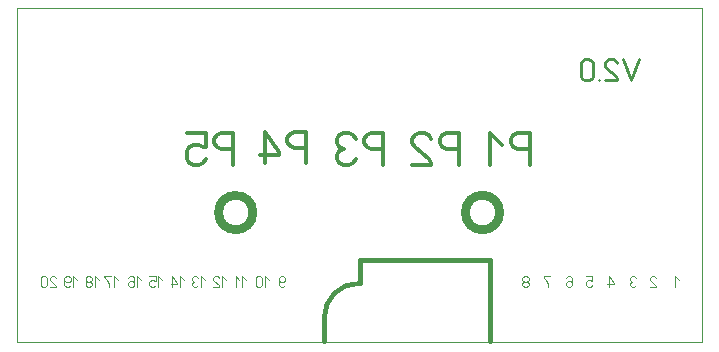
<source format=gbr>
%FSLAX34Y34*%
%MOMM*%
%LNSILK_BOTTOM_*%
G71*
G01*
%ADD10C, 0.00*%
%ADD11C, 0.40*%
%ADD12C, 0.11*%
%ADD13C, 0.80*%
%ADD14C, 0.33*%
%ADD15C, 0.21*%
%ADD16C, 0.22*%
%LPD*%
G54D10*
X-580000Y283000D02*
X0Y283000D01*
X0Y0D01*
X-580000Y0D01*
X-580000Y283000D01*
G54D11*
X-180000Y70000D02*
X-180000Y1000D01*
X-180000Y70000D01*
X-290000Y70000D01*
X-290000Y50000D01*
G54D11*
X-320000Y1000D02*
X-320000Y21000D01*
G54D11*
G75*
G01X-291000Y50000D02*
G03X-320000Y21000I0J-29000D01*
G01*
G54D12*
X-20000Y52556D02*
X-23333Y55889D01*
X-23333Y47000D01*
G54D12*
X-44333Y47000D02*
X-39000Y47000D01*
X-39000Y47556D01*
X-39667Y48667D01*
X-43667Y52000D01*
X-44333Y53111D01*
X-44333Y54222D01*
X-43667Y55333D01*
X-42333Y55889D01*
X-41000Y55889D01*
X-39667Y55333D01*
X-39000Y54222D01*
G54D12*
X-56000Y54222D02*
X-56667Y55333D01*
X-58000Y55889D01*
X-59333Y55889D01*
X-60667Y55333D01*
X-61333Y54222D01*
X-61333Y53111D01*
X-60667Y52000D01*
X-59333Y51444D01*
X-60667Y50889D01*
X-61333Y49778D01*
X-61333Y48667D01*
X-60667Y47556D01*
X-59333Y47000D01*
X-58000Y47000D01*
X-56667Y47556D01*
X-56000Y48667D01*
G54D12*
X-79000Y47000D02*
X-79000Y55889D01*
X-75000Y50333D01*
X-75000Y49222D01*
X-80333Y49222D01*
G54D12*
X-98333Y55889D02*
X-93000Y55889D01*
X-93000Y52000D01*
X-93667Y52000D01*
X-95000Y52556D01*
X-96333Y52556D01*
X-97667Y52000D01*
X-98333Y50889D01*
X-98333Y48667D01*
X-97667Y47556D01*
X-96333Y47000D01*
X-95000Y47000D01*
X-93667Y47556D01*
X-93000Y48667D01*
G54D12*
X-115333Y54222D02*
X-114667Y55333D01*
X-113333Y55889D01*
X-112000Y55889D01*
X-110667Y55333D01*
X-110000Y54222D01*
X-110000Y51444D01*
X-110000Y50889D01*
X-112000Y52000D01*
X-113333Y52000D01*
X-114667Y51444D01*
X-115333Y50333D01*
X-115333Y48667D01*
X-114667Y47556D01*
X-113333Y47000D01*
X-112000Y47000D01*
X-110667Y47556D01*
X-110000Y48667D01*
X-110000Y51444D01*
G54D12*
X-129000Y55889D02*
X-134333Y55889D01*
X-133667Y54778D01*
X-132333Y53111D01*
X-131000Y50889D01*
X-130333Y49222D01*
X-130333Y47000D01*
G54D12*
X-150333Y51444D02*
X-149000Y51444D01*
X-147667Y52000D01*
X-147000Y53111D01*
X-147000Y54222D01*
X-147667Y55333D01*
X-149000Y55889D01*
X-150333Y55889D01*
X-151667Y55333D01*
X-152333Y54222D01*
X-152333Y53111D01*
X-151667Y52000D01*
X-150333Y51444D01*
X-151667Y50889D01*
X-152333Y49778D01*
X-152333Y48667D01*
X-151667Y47556D01*
X-150333Y47000D01*
X-149000Y47000D01*
X-147667Y47556D01*
X-147000Y48667D01*
X-147000Y49778D01*
X-147667Y50889D01*
X-149000Y51444D01*
G54D12*
X-353000Y48667D02*
X-353667Y47556D01*
X-355000Y47000D01*
X-356333Y47000D01*
X-357667Y47556D01*
X-358333Y48667D01*
X-358333Y51444D01*
X-358333Y52000D01*
X-356333Y50889D01*
X-355000Y50889D01*
X-353667Y51444D01*
X-353000Y52556D01*
X-353000Y54222D01*
X-353667Y55333D01*
X-355000Y55889D01*
X-356333Y55889D01*
X-357667Y55333D01*
X-358333Y54222D01*
X-358333Y51444D01*
G54D12*
X-367000Y52556D02*
X-370333Y55889D01*
X-370333Y47000D01*
G54D12*
X-378110Y54222D02*
X-378110Y48667D01*
X-377444Y47556D01*
X-376110Y47000D01*
X-374777Y47000D01*
X-373444Y47556D01*
X-372777Y48667D01*
X-372777Y54222D01*
X-373444Y55333D01*
X-374777Y55889D01*
X-376110Y55889D01*
X-377444Y55333D01*
X-378110Y54222D01*
G54D12*
X-386000Y52556D02*
X-389333Y55889D01*
X-389333Y47000D01*
G54D12*
X-391777Y52556D02*
X-395110Y55889D01*
X-395110Y47000D01*
G54D12*
X-403000Y52556D02*
X-406333Y55889D01*
X-406333Y47000D01*
G54D12*
X-414110Y47000D02*
X-408777Y47000D01*
X-408777Y47556D01*
X-409444Y48667D01*
X-413444Y52000D01*
X-414110Y53111D01*
X-414110Y54222D01*
X-413444Y55333D01*
X-412110Y55889D01*
X-410777Y55889D01*
X-409444Y55333D01*
X-408777Y54222D01*
G54D12*
X-421000Y52556D02*
X-424333Y55889D01*
X-424333Y47000D01*
G54D12*
X-426777Y54222D02*
X-427444Y55333D01*
X-428777Y55889D01*
X-430110Y55889D01*
X-431444Y55333D01*
X-432110Y54222D01*
X-432110Y53111D01*
X-431444Y52000D01*
X-430110Y51444D01*
X-431444Y50889D01*
X-432110Y49778D01*
X-432110Y48667D01*
X-431444Y47556D01*
X-430110Y47000D01*
X-428777Y47000D01*
X-427444Y47556D01*
X-426777Y48667D01*
G54D12*
X-439000Y52556D02*
X-442333Y55889D01*
X-442333Y47000D01*
G54D12*
X-448777Y47000D02*
X-448777Y55889D01*
X-444777Y50333D01*
X-444777Y49222D01*
X-450110Y49222D01*
G54D12*
X-457000Y52556D02*
X-460333Y55889D01*
X-460333Y47000D01*
G54D12*
X-468110Y55889D02*
X-462777Y55889D01*
X-462777Y52000D01*
X-463444Y52000D01*
X-464777Y52556D01*
X-466110Y52556D01*
X-467444Y52000D01*
X-468110Y50889D01*
X-468110Y48667D01*
X-467444Y47556D01*
X-466110Y47000D01*
X-464777Y47000D01*
X-463444Y47556D01*
X-462777Y48667D01*
G54D12*
X-475000Y52556D02*
X-478333Y55889D01*
X-478333Y47000D01*
G54D12*
X-486110Y54222D02*
X-485444Y55333D01*
X-484110Y55889D01*
X-482777Y55889D01*
X-481444Y55333D01*
X-480777Y54222D01*
X-480777Y51444D01*
X-480777Y50889D01*
X-482777Y52000D01*
X-484110Y52000D01*
X-485444Y51444D01*
X-486110Y50333D01*
X-486110Y48667D01*
X-485444Y47556D01*
X-484110Y47000D01*
X-482777Y47000D01*
X-481444Y47556D01*
X-480777Y48667D01*
X-480777Y51444D01*
G54D12*
X-495000Y52556D02*
X-498333Y55889D01*
X-498333Y47000D01*
G54D12*
X-500777Y55889D02*
X-506110Y55889D01*
X-505444Y54778D01*
X-504110Y53111D01*
X-502777Y50889D01*
X-502110Y49222D01*
X-502110Y47000D01*
G54D12*
X-511000Y52556D02*
X-514333Y55889D01*
X-514333Y47000D01*
G54D12*
X-520110Y51444D02*
X-518777Y51444D01*
X-517444Y52000D01*
X-516777Y53111D01*
X-516777Y54222D01*
X-517444Y55333D01*
X-518777Y55889D01*
X-520110Y55889D01*
X-521444Y55333D01*
X-522110Y54222D01*
X-522110Y53111D01*
X-521444Y52000D01*
X-520110Y51444D01*
X-521444Y50889D01*
X-522110Y49778D01*
X-522110Y48667D01*
X-521444Y47556D01*
X-520110Y47000D01*
X-518777Y47000D01*
X-517444Y47556D01*
X-516777Y48667D01*
X-516777Y49778D01*
X-517444Y50889D01*
X-518777Y51444D01*
G54D12*
X-529000Y52556D02*
X-532333Y55889D01*
X-532333Y47000D01*
G54D12*
X-534777Y48667D02*
X-535444Y47556D01*
X-536777Y47000D01*
X-538110Y47000D01*
X-539444Y47556D01*
X-540110Y48667D01*
X-540110Y51444D01*
X-540110Y52000D01*
X-538110Y50889D01*
X-536777Y50889D01*
X-535444Y51444D01*
X-534777Y52556D01*
X-534777Y54222D01*
X-535444Y55333D01*
X-536777Y55889D01*
X-538110Y55889D01*
X-539444Y55333D01*
X-540110Y54222D01*
X-540110Y51444D01*
G54D12*
X-552333Y47000D02*
X-547000Y47000D01*
X-547000Y47556D01*
X-547667Y48667D01*
X-551667Y52000D01*
X-552333Y53111D01*
X-552333Y54222D01*
X-551667Y55333D01*
X-550333Y55889D01*
X-549000Y55889D01*
X-547667Y55333D01*
X-547000Y54222D01*
G54D12*
X-560110Y54222D02*
X-560110Y48667D01*
X-559444Y47556D01*
X-558110Y47000D01*
X-556777Y47000D01*
X-555444Y47556D01*
X-554777Y48667D01*
X-554777Y54222D01*
X-555444Y55333D01*
X-556777Y55889D01*
X-558110Y55889D01*
X-559444Y55333D01*
X-560110Y54222D01*
G54D13*
G75*
G01X-171450Y110000D02*
G03X-171450Y110000I-14550J0D01*
G01*
G54D13*
G75*
G01X-380450Y110000D02*
G03X-380450Y110000I-14550J0D01*
G01*
G54D14*
X-146100Y150600D02*
X-146100Y177300D01*
X-156100Y177300D01*
X-160100Y175600D01*
X-162100Y172300D01*
X-162100Y168900D01*
X-160100Y165600D01*
X-156100Y163900D01*
X-146100Y163900D01*
G54D14*
X-169400Y167300D02*
X-179400Y177300D01*
X-179400Y150600D01*
G54D14*
X-206100Y150600D02*
X-206100Y177300D01*
X-216100Y177300D01*
X-220100Y175600D01*
X-222100Y172300D01*
X-222100Y168900D01*
X-220100Y165600D01*
X-216100Y163900D01*
X-206100Y163900D01*
G54D14*
X-245400Y150600D02*
X-229400Y150600D01*
X-229400Y152300D01*
X-231400Y155600D01*
X-243400Y165600D01*
X-245400Y168900D01*
X-245400Y172300D01*
X-243400Y175600D01*
X-239400Y177300D01*
X-235400Y177300D01*
X-231400Y175600D01*
X-229400Y172300D01*
G54D14*
X-270100Y150600D02*
X-270100Y177300D01*
X-280100Y177300D01*
X-284100Y175600D01*
X-286100Y172300D01*
X-286100Y168900D01*
X-284100Y165600D01*
X-280100Y163900D01*
X-270100Y163900D01*
G54D14*
X-293400Y172300D02*
X-295400Y175600D01*
X-299400Y177300D01*
X-303400Y177300D01*
X-307400Y175600D01*
X-309400Y172300D01*
X-309400Y168900D01*
X-307400Y165600D01*
X-303400Y163900D01*
X-307400Y162300D01*
X-309400Y158900D01*
X-309400Y155600D01*
X-307400Y152300D01*
X-303400Y150600D01*
X-299400Y150600D01*
X-295400Y152300D01*
X-293400Y155600D01*
G54D14*
X-335100Y151600D02*
X-335100Y178300D01*
X-345100Y178300D01*
X-349100Y176600D01*
X-351100Y173300D01*
X-351100Y169900D01*
X-349100Y166600D01*
X-345100Y164900D01*
X-335100Y164900D01*
G54D14*
X-370400Y151600D02*
X-370400Y178300D01*
X-358400Y161600D01*
X-358400Y158300D01*
X-374400Y158300D01*
G54D14*
X-397100Y150600D02*
X-397100Y177300D01*
X-407100Y177300D01*
X-411100Y175600D01*
X-413100Y172300D01*
X-413100Y168900D01*
X-411100Y165600D01*
X-407100Y163900D01*
X-397100Y163900D01*
G54D14*
X-436400Y177300D02*
X-420400Y177300D01*
X-420400Y165600D01*
X-422400Y165600D01*
X-426400Y167300D01*
X-430400Y167300D01*
X-434400Y165600D01*
X-436400Y162300D01*
X-436400Y155600D01*
X-434400Y152300D01*
X-430400Y150600D01*
X-426400Y150600D01*
X-422400Y152300D01*
X-420400Y155600D01*
G54D15*
X-397000Y170000D02*
X-397000Y170000D01*
G54D15*
X-434000Y166000D02*
X-434000Y166000D01*
G54D16*
X-53595Y239778D02*
X-60262Y222000D01*
X-66928Y239778D01*
G54D16*
X-82484Y222000D02*
X-71817Y222000D01*
X-71817Y223111D01*
X-73150Y225333D01*
X-81150Y232000D01*
X-82484Y234222D01*
X-82484Y236444D01*
X-81150Y238667D01*
X-78484Y239778D01*
X-75817Y239778D01*
X-73150Y238667D01*
X-71817Y236444D01*
G54D16*
X-87373Y222000D02*
X-87373Y222000D01*
G54D16*
X-102929Y236444D02*
X-102929Y225333D01*
X-101595Y223111D01*
X-98929Y222000D01*
X-96262Y222000D01*
X-93595Y223111D01*
X-92262Y225333D01*
X-92262Y236444D01*
X-93595Y238667D01*
X-96262Y239778D01*
X-98929Y239778D01*
X-101595Y238667D01*
X-102929Y236444D01*
M02*

</source>
